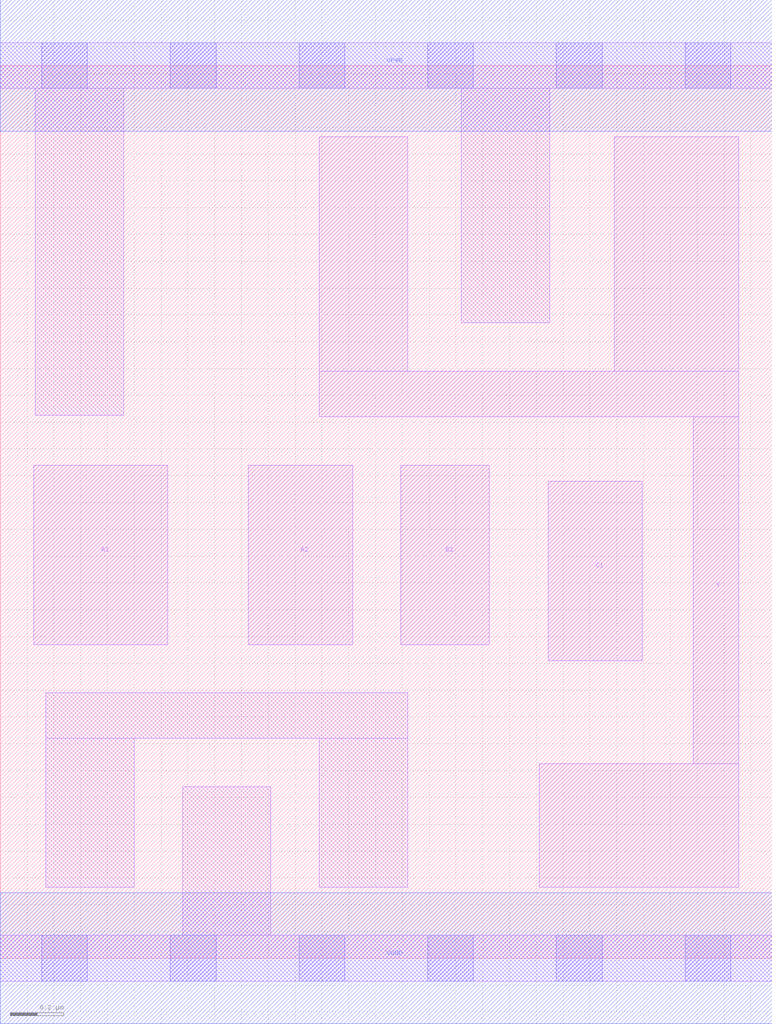
<source format=lef>
# Copyright 2020 The SkyWater PDK Authors
#
# Licensed under the Apache License, Version 2.0 (the "License");
# you may not use this file except in compliance with the License.
# You may obtain a copy of the License at
#
#     https://www.apache.org/licenses/LICENSE-2.0
#
# Unless required by applicable law or agreed to in writing, software
# distributed under the License is distributed on an "AS IS" BASIS,
# WITHOUT WARRANTIES OR CONDITIONS OF ANY KIND, either express or implied.
# See the License for the specific language governing permissions and
# limitations under the License.
#
# SPDX-License-Identifier: Apache-2.0

VERSION 5.7 ;
  NOWIREEXTENSIONATPIN ON ;
  DIVIDERCHAR "/" ;
  BUSBITCHARS "[]" ;
UNITS
  DATABASE MICRONS 200 ;
END UNITS
MACRO sky130_fd_sc_lp__o211ai_lp
  CLASS CORE ;
  FOREIGN sky130_fd_sc_lp__o211ai_lp ;
  ORIGIN  0.000000  0.000000 ;
  SIZE  2.880000 BY  3.330000 ;
  SYMMETRY X Y R90 ;
  SITE unit ;
  PIN A1
    ANTENNAGATEAREA  0.313000 ;
    DIRECTION INPUT ;
    USE SIGNAL ;
    PORT
      LAYER li1 ;
        RECT 0.125000 1.170000 0.625000 1.840000 ;
    END
  END A1
  PIN A2
    ANTENNAGATEAREA  0.313000 ;
    DIRECTION INPUT ;
    USE SIGNAL ;
    PORT
      LAYER li1 ;
        RECT 0.925000 1.170000 1.315000 1.840000 ;
    END
  END A2
  PIN B1
    ANTENNAGATEAREA  0.313000 ;
    DIRECTION INPUT ;
    USE SIGNAL ;
    PORT
      LAYER li1 ;
        RECT 1.495000 1.170000 1.825000 1.840000 ;
    END
  END B1
  PIN C1
    ANTENNAGATEAREA  0.313000 ;
    DIRECTION INPUT ;
    USE SIGNAL ;
    PORT
      LAYER li1 ;
        RECT 2.045000 1.110000 2.395000 1.780000 ;
    END
  END C1
  PIN Y
    ANTENNADIFFAREA  0.724700 ;
    DIRECTION OUTPUT ;
    USE SIGNAL ;
    PORT
      LAYER li1 ;
        RECT 1.190000 2.020000 2.755000 2.190000 ;
        RECT 1.190000 2.190000 1.520000 3.065000 ;
        RECT 2.010000 0.265000 2.755000 0.725000 ;
        RECT 2.290000 2.190000 2.755000 3.065000 ;
        RECT 2.585000 0.725000 2.755000 2.020000 ;
    END
  END Y
  PIN VGND
    DIRECTION INOUT ;
    USE GROUND ;
    PORT
      LAYER met1 ;
        RECT 0.000000 -0.245000 2.880000 0.245000 ;
    END
  END VGND
  PIN VPWR
    DIRECTION INOUT ;
    USE POWER ;
    PORT
      LAYER met1 ;
        RECT 0.000000 3.085000 2.880000 3.575000 ;
    END
  END VPWR
  OBS
    LAYER li1 ;
      RECT 0.000000 -0.085000 2.880000 0.085000 ;
      RECT 0.000000  3.245000 2.880000 3.415000 ;
      RECT 0.130000  2.025000 0.460000 3.245000 ;
      RECT 0.170000  0.265000 0.500000 0.820000 ;
      RECT 0.170000  0.820000 1.520000 0.990000 ;
      RECT 0.680000  0.085000 1.010000 0.640000 ;
      RECT 1.190000  0.265000 1.520000 0.820000 ;
      RECT 1.720000  2.370000 2.050000 3.245000 ;
    LAYER mcon ;
      RECT 0.155000 -0.085000 0.325000 0.085000 ;
      RECT 0.155000  3.245000 0.325000 3.415000 ;
      RECT 0.635000 -0.085000 0.805000 0.085000 ;
      RECT 0.635000  3.245000 0.805000 3.415000 ;
      RECT 1.115000 -0.085000 1.285000 0.085000 ;
      RECT 1.115000  3.245000 1.285000 3.415000 ;
      RECT 1.595000 -0.085000 1.765000 0.085000 ;
      RECT 1.595000  3.245000 1.765000 3.415000 ;
      RECT 2.075000 -0.085000 2.245000 0.085000 ;
      RECT 2.075000  3.245000 2.245000 3.415000 ;
      RECT 2.555000 -0.085000 2.725000 0.085000 ;
      RECT 2.555000  3.245000 2.725000 3.415000 ;
  END
END sky130_fd_sc_lp__o211ai_lp
END LIBRARY

</source>
